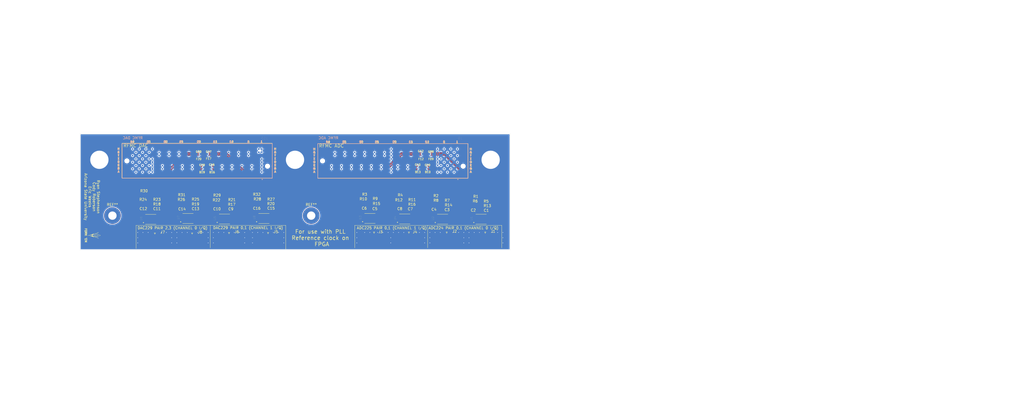
<source format=kicad_pcb>
(kicad_pcb (version 20211014) (generator pcbnew)
  (layers (0 "F.Cu" signal) (31 "B.Cu" signal) (34 "B.Paste" user) (35 "F.Paste" user) (36 "B.SilkS" user "B.Silkscreen") (37 "F.SilkS" user "F.Silkscreen") (38 "B.Mask" user) (39 "F.Mask" user) (44 "Edge.Cuts" user))
  (net 0 "")
  (net 1 "Net-(C1-Pad2)")
  (net 2 "Net-(C1-Pad1)")
  (net 3 "Net-(C2-Pad2)")
  (net 4 "Net-(C2-Pad1)")
  (net 5 "Net-(C3-Pad2)")
  (net 6 "Net-(C3-Pad1)")
  (net 7 "Net-(C4-Pad2)")
  (net 8 "Net-(C4-Pad1)")
  (net 9 "Net-(C5-Pad2)")
  (net 10 "Net-(C5-Pad1)")
  (net 11 "Net-(C6-Pad2)")
  (net 12 "Net-(C6-Pad1)")
  (net 13 "Net-(C7-Pad2)")
  (net 14 "Net-(C7-Pad1)")
  (net 15 "Net-(C8-Pad2)")
  (net 16 "Net-(C8-Pad1)")
  (net 17 "Net-(C9-Pad2)")
  (net 18 "Net-(C9-Pad1)")
  (net 19 "Net-(C10-Pad2)")
  (net 20 "Net-(C10-Pad1)")
  (net 21 "Net-(C11-Pad2)")
  (net 22 "Net-(C11-Pad1)")
  (net 23 "Net-(C12-Pad2)")
  (net 24 "Net-(C12-Pad1)")
  (net 25 "Net-(C13-Pad2)")
  (net 26 "Net-(C13-Pad1)")
  (net 27 "Net-(C14-Pad2)")
  (net 28 "Net-(C14-Pad1)")
  (net 29 "Net-(C15-Pad2)")
  (net 30 "Net-(C15-Pad1)")
  (net 31 "Net-(C16-Pad2)")
  (net 32 "Net-(C16-Pad1)")
  (net 33 "Net-(J1-Pad1)")
  (net 34 "GND")
  (net 35 "Net-(J2-Pad1)")
  (net 36 "Net-(J3-Pad1)")
  (net 37 "Net-(J4-Pad1)")
  (net 38 "Net-(J5-Pad1)")
  (net 39 "Net-(J6-Pad1)")
  (net 40 "Net-(J7-Pad1)")
  (net 41 "Net-(J8-Pad1)")
  (net 42 "ADC_A0_P")
  (net 43 "ADC_A0_N")
  (net 44 "ADC_A1_P")
  (net 45 "ADC_A1_N")
  (net 46 "ADC_B0_N")
  (net 47 "ADC_B0_P")
  (net 48 "ADC_B1_N")
  (net 49 "ADC_B1_P")
  (net 50 "DAC_B0_N")
  (net 51 "DAC_B0_P")
  (net 52 "DAC_A1_P")
  (net 53 "DAC_A1_N")
  (net 54 "DAC_A0_P")
  (net 55 "DAC_A0_N")
  (net 56 "DAC_B1_N")
  (net 57 "DAC_B1_P")
  (net 58 "/FMC BANK 0 (ADC)/ADCIO_02")
  (net 59 "/FMC BANK 0 (ADC)/ADCIO_07")
  (net 60 "/FMC BANK 0 (ADC)/ADCIO_12")
  (net 61 "/FMC BANK 0 (ADC)/ADCIO_17")
  (net 62 "/FMC BANK 0 (ADC)/ADCIO_18")
  (net 63 "/FMC BANK 0 (ADC)/ADCIO_19")
  (net 64 "/FMC BANK 0 (ADC)/UTIL_3V3")
  (net 65 "/FMC BANK 0 (ADC)/VCM23_227")
  (net 66 "ADC_D1_P")
  (net 67 "ADC_C1_P")
  (net 68 "ADC_D1_N")
  (net 69 "ADC_C1_N")
  (net 70 "ADC_D0_P")
  (net 71 "ADC_C0_P")
  (net 72 "ADC_D0_N")
  (net 73 "ADC_C0_N")
  (net 74 "/FMC BANK 0 (ADC)/ADCIO_15")
  (net 75 "/FMC BANK 0 (ADC)/ADCIO_16")
  (net 76 "/FMC BANK 0 (ADC)/RFMC_I2C_SCL")
  (net 77 "/FMC BANK 0 (ADC)/VCM01_227")
  (net 82 "/FMC BANK 0 (ADC)/ADC_CLKIN_1_P")
  (net 83 "/FMC BANK 0 (ADC)/ADC_CLKIN_3_P")
  (net 84 "/FMC BANK 0 (ADC)/ADCIO_13")
  (net 85 "/FMC BANK 0 (ADC)/ADCIO_14")
  (net 86 "/FMC BANK 0 (ADC)/VCM23_226")
  (net 91 "/FMC BANK 0 (ADC)/ADC_CLKIN_1_N")
  (net 92 "/FMC BANK 0 (ADC)/ADC_CLKIN_3_N")
  (net 93 "/FMC BANK 0 (ADC)/ADCIO_10")
  (net 94 "/FMC BANK 0 (ADC)/ADCIO_11")
  (net 95 "/FMC BANK 0 (ADC)/RFMC_I2C_SDA")
  (net 96 "/FMC BANK 0 (ADC)/VCM01_226")
  (net 97 "/FMC BANK 0 (ADC)/ADCIO_08")
  (net 98 "/FMC BANK 0 (ADC)/ADCIO_09")
  (net 99 "/FMC BANK 0 (ADC)/VCM23_225")
  (net 100 "/FMC BANK 0 (ADC)/ADCIO_05")
  (net 101 "/FMC BANK 0 (ADC)/ADCIO_06")
  (net 102 "/FMC BANK 0 (ADC)/VCC1V8_BUS")
  (net 103 "/FMC BANK 0 (ADC)/VCM01_225")
  (net 108 "/FMC BANK 0 (ADC)/ADC_CLKIN_0_P")
  (net 109 "/FMC BANK 0 (ADC)/ADC_CLKIN_2_P")
  (net 110 "/FMC BANK 0 (ADC)/ADCIO_03")
  (net 111 "/FMC BANK 0 (ADC)/VCM23_224")
  (net 116 "/FMC BANK 0 (ADC)/ADC_CLKIN_0_N")
  (net 117 "/FMC BANK 0 (ADC)/ADC_CLKIN_2_N")
  (net 118 "/FMC BANK 0 (ADC)/ADCIO_00")
  (net 119 "/FMC BANK 0 (ADC)/ADCIO_01")
  (net 120 "/FMC BANK 0 (ADC)/VCM01_224")
  (net 139 "/FMC BANK 1 (DAC)/VCC12_SW")
  (net 140 "/FMC BANK 1 (DAC)/DAC_AVTT_BUS")
  (net 141 "/FMC BANK 1 (DAC)/UTIL_3V3")
  (net 142 "/FMC BANK 1 (DAC)/DACIO_17")
  (net 143 "/FMC BANK 1 (DAC)/DACIO_18")
  (net 144 "/FMC BANK 1 (DAC)/DACIO_19")
  (net 145 "/FMC BANK 1 (DAC)/DAC_CLKIN_1_P")
  (net 146 "/FMC BANK 1 (DAC)/DAC_CLKIN_3_P")
  (net 147 "/FMC BANK 1 (DAC)/RFMC_DAC_01_P")
  (net 148 "/FMC BANK 1 (DAC)/RFMC_DAC_03_P")
  (net 151 "/FMC BANK 1 (DAC)/DACIO_15")
  (net 152 "/FMC BANK 1 (DAC)/DACIO_16")
  (net 153 "/FMC BANK 1 (DAC)/DAC_CLKIN_1_N")
  (net 154 "/FMC BANK 1 (DAC)/DAC_CLKIN_3_N")
  (net 155 "/FMC BANK 1 (DAC)/RFMC_DAC_01_N")
  (net 156 "/FMC BANK 1 (DAC)/RFMC_DAC_03_N")
  (net 159 "/FMC BANK 1 (DAC)/DACIO_12")
  (net 160 "/FMC BANK 1 (DAC)/DACIO_13")
  (net 161 "/FMC BANK 1 (DAC)/DACIO_14")
  (net 162 "/FMC BANK 1 (DAC)/DACIO_10")
  (net 163 "/FMC BANK 1 (DAC)/DACIO_11")
  (net 164 "/FMC BANK 1 (DAC)/DACIO_07")
  (net 165 "/FMC BANK 1 (DAC)/DACIO_08")
  (net 166 "/FMC BANK 1 (DAC)/DACIO_09")
  (net 167 "/FMC BANK 1 (DAC)/DAC_CLKIN_0_P")
  (net 168 "/FMC BANK 1 (DAC)/DAC_CLKIN_2_P")
  (net 169 "/FMC BANK 1 (DAC)/RFMC_DAC_00_P")
  (net 170 "/FMC BANK 1 (DAC)/RFMC_DAC_02_P")
  (net 173 "/FMC BANK 1 (DAC)/VCC1V8_BUS")
  (net 174 "/FMC BANK 1 (DAC)/DACIO_05")
  (net 175 "/FMC BANK 1 (DAC)/DACIO_06")
  (net 176 "/FMC BANK 1 (DAC)/DAC_CLKIN_0_N")
  (net 177 "/FMC BANK 1 (DAC)/DAC_CLKIN_2_N")
  (net 178 "/FMC BANK 1 (DAC)/RFMC_DAC_00_N")
  (net 179 "/FMC BANK 1 (DAC)/RFMC_DAC_02_N")
  (net 182 "/FMC BANK 1 (DAC)/DACIO_02")
  (net 183 "/FMC BANK 1 (DAC)/DACIO_03")
  (net 184 "/FMC BANK 1 (DAC)/DACIO_04")
  (net 185 "/FMC BANK 1 (DAC)/DACIO_00")
  (net 186 "/FMC BANK 1 (DAC)/DACIO_01")
  (net 187 "/FMC BANK 0 (ADC)/ADCIO_04")
  (footprint "Capacitor_SMD:C_0402_1005Metric" (layer "F.Cu") (at 231.907684 99.446752 90)
    (fp_text reference "C1")
    (fp_text value ".01u")
  )
  (footprint "Capacitor_SMD:C_0402_1005Metric" (layer "F.Cu") (at 230.891684 99.446752 90)
    (fp_text reference "C2")
    (fp_text value ".01u")
  )
  (footprint "Capacitor_SMD:C_0402_1005Metric" (layer "F.Cu") (at 216.825684 99.170752 90)
    (fp_text reference "C3")
    (fp_text value ".01u")
  )
  (footprint "Capacitor_SMD:C_0402_1005Metric" (layer "F.Cu") (at 215.809684 99.170752 90)
    (fp_text reference "C4")
    (fp_text value ".01u")
  )
  (footprint "Capacitor_SMD:C_0402_1005Metric" (layer "F.Cu") (at 189.346284 98.631352 90)
    (fp_text reference "C5")
    (fp_text value ".01u")
  )
  (footprint "Capacitor_SMD:C_0402_1005Metric" (layer "F.Cu") (at 188.330284 98.631352 90)
    (fp_text reference "C6")
    (fp_text value ".01u")
  )
  (footprint "Capacitor_SMD:C_0402_1005Metric" (layer "F.Cu") (at 202.830284 98.891352 90)
    (fp_text reference "C7")
    (fp_text value ".01u")
  )
  (footprint "Capacitor_SMD:C_0402_1005Metric" (layer "F.Cu") (at 201.814284 98.891352 90)
    (fp_text reference "C8")
    (fp_text value ".01u")
  )
  (footprint "Capacitor_SMD:C_0402_1005Metric" (layer "F.Cu") (at 133.563984 98.875552 90)
    (fp_text reference "C9")
    (fp_text value ".01u")
  )
  (footprint "Capacitor_SMD:C_0402_1005Metric" (layer "F.Cu") (at 132.547984 98.875552 90)
    (fp_text reference "C10")
    (fp_text value ".01u")
  )
  (footprint "Capacitor_SMD:C_0402_1005Metric" (layer "F.Cu") (at 105.015184 98.773952 90)
    (fp_text reference "C11")
    (fp_text value ".01u")
  )
  (footprint "Capacitor_SMD:C_0402_1005Metric" (layer "F.Cu") (at 103.999184 98.773952 90)
    (fp_text reference "C12")
    (fp_text value ".01u")
  )
  (footprint "Capacitor_SMD:C_0402_1005Metric" (layer "F.Cu") (at 119.670184 98.829952 90)
    (fp_text reference "C13")
    (fp_text value ".01u")
  )
  (footprint "Capacitor_SMD:C_0402_1005Metric" (layer "F.Cu") (at 118.654184 98.829952 90)
    (fp_text reference "C14")
    (fp_text value ".01u")
  )
  (footprint "Capacitor_SMD:C_0402_1005Metric" (layer "F.Cu") (at 148.651584 98.621552 90)
    (fp_text reference "C15")
    (fp_text value ".01u")
  )
  (footprint "Capacitor_SMD:C_0402_1005Metric" (layer "F.Cu") (at 147.635584 98.621552 90)
    (fp_text reference "C16")
    (fp_text value ".01u")
  )
  (footprint "local:SMA_Amphenol_132289_EdgeMount" (layer "F.Cu") (at 232.923684 111.430052 -90)
    (fp_text reference "J1")
    (fp_text value "Conn_Coaxial")
  )
  (footprint "local:SMA_Amphenol_132289_EdgeMount" (layer "F.Cu") (at 218.159184 111.430052 -90)
    (fp_text reference "J2")
    (fp_text value "Conn_Coaxial")
  )
  (footprint "local:SMA_Amphenol_132289_EdgeMount" (layer "F.Cu") (at 190.298784 111.430052 -90)
    (fp_text reference "J3")
    (fp_text value "Conn_Coaxial")
  )
  (footprint "local:SMA_Amphenol_132289_EdgeMount" (layer "F.Cu") (at 203.655784 111.430052 -90)
    (fp_text reference "J4")
    (fp_text value "Conn_Coaxial")
  )
  (footprint "local:SMA_Amphenol_132289_EdgeMount" (layer "F.Cu") (at 134.706984 111.603552 -90)
    (fp_text reference "J6")
    (fp_text value "Conn_Coaxial")
  )
  (footprint "local:SMA_Amphenol_132289_EdgeMount" (layer "F.Cu") (at 106.272484 111.755952 -90)
    (fp_text reference "J7")
    (fp_text value "Conn_Coaxial")
  )
  (footprint "local:SMA_Amphenol_132289_EdgeMount" (layer "F.Cu") (at 120.559184 111.755952 -90)
    (fp_text reference "J8")
    (fp_text value "Conn_Coaxial")
  )
  (footprint "local:SMA_Amphenol_132289_EdgeMount" (layer "F.Cu") (at 149.667584 111.603552 -90)
    (fp_text reference "J5")
    (fp_text value "Conn_Coaxial")
  )
  (footprint "Resistor_SMD:R_0402_1005Metric" (layer "F.Cu") (at 231.397684 94.084752 180)
    (fp_text reference "R1")
    (fp_text value "590")
  )
  (footprint "Resistor_SMD:R_0402_1005Metric" (layer "F.Cu") (at 216.319684 93.808752 180)
    (fp_text reference "R2")
    (fp_text value "590")
  )
  (footprint "Resistor_SMD:R_0402_1005Metric" (layer "F.Cu") (at 188.836284 93.269352 180)
    (fp_text reference "R3")
    (fp_text value "590")
  )
  (footprint "Resistor_SMD:R_0402_1005Metric" (layer "F.Cu") (at 202.324284 93.529352 180)
    (fp_text reference "R4")
    (fp_text value "590")
  )
  (footprint "Resistor_SMD:R_0402_1005Metric" (layer "F.Cu") (at 231.907684 95.860752 90)
    (fp_text reference "R5")
    (fp_text value "17.4")
  )
  (footprint "Resistor_SMD:R_0402_1005Metric" (layer "F.Cu") (at 230.891684 95.860752 90)
    (fp_text reference "R6")
    (fp_text value "17.4")
  )
  (footprint "Resistor_SMD:R_0402_1005Metric" (layer "F.Cu") (at 216.825684 95.584752 90)
    (fp_text reference "R7")
    (fp_text value "17.4")
  )
  (footprint "Resistor_SMD:R_0402_1005Metric" (layer "F.Cu") (at 215.809684 95.584752 90)
    (fp_text reference "R8")
    (fp_text value "17.4")
  )
  (footprint "Resistor_SMD:R_0402_1005Metric" (layer "F.Cu") (at 189.346284 95.045352 90)
    (fp_text reference "R9")
    (fp_text value "17.4")
  )
  (footprint "Resistor_SMD:R_0402_1005Metric" (layer "F.Cu") (at 188.330284 95.045352 90)
    (fp_text reference "R10")
    (fp_text value "17.4")
  )
  (footprint "Resistor_SMD:R_0402_1005Metric" (layer "F.Cu") (at 202.830284 95.305352 90)
    (fp_text reference "R11")
    (fp_text value "17.4")
  )
  (footprint "Resistor_SMD:R_0402_1005Metric" (layer "F.Cu") (at 201.814284 95.305352 90)
    (fp_text reference "R12")
    (fp_text value "17.4")
  )
  (footprint "Resistor_SMD:R_0402_1005Metric" (layer "F.Cu") (at 231.401684 97.640752 180)
    (fp_text reference "R13")
    (fp_text value "590")
  )
  (footprint "Resistor_SMD:R_0402_1005Metric" (layer "F.Cu") (at 216.315684 97.364752 180)
    (fp_text reference "R14")
    (fp_text value "590")
  )
  (footprint "Resistor_SMD:R_0402_1005Metric" (layer "F.Cu") (at 188.836284 96.825352 180)
    (fp_text reference "R15")
    (fp_text value "590")
  )
  (footprint "Resistor_SMD:R_0402_1005Metric" (layer "F.Cu") (at 202.320284 97.085352 180)
    (fp_text reference "R16")
    (fp_text value "590")
  )
  (footprint "Resistor_SMD:R_0402_1005Metric" (layer "F.Cu") (at 133.053984 97.125552)
    (fp_text reference "R17")
    (fp_text value "590")
  )
  (footprint "Resistor_SMD:R_0402_1005Metric" (layer "F.Cu") (at 104.509184 97.023952)
    (fp_text reference "R18")
    (fp_text value "590")
  )
  (footprint "Resistor_SMD:R_0402_1005Metric" (layer "F.Cu") (at 119.160184 97.023952)
    (fp_text reference "R19")
    (fp_text value "590")
  )
  (footprint "Resistor_SMD:R_0402_1005Metric" (layer "F.Cu") (at 148.141584 96.871552)
    (fp_text reference "R20")
    (fp_text value "590")
  )
  (footprint "Resistor_SMD:R_0402_1005Metric" (layer "F.Cu") (at 133.563984 95.396352 90)
    (fp_text reference "R21")
    (fp_text value "17.4")
  )
  (footprint "Resistor_SMD:R_0402_1005Metric" (layer "F.Cu") (at 132.547984 95.396352 90)
    (fp_text reference "R22")
    (fp_text value "17.4")
  )
  (footprint "Resistor_SMD:R_0402_1005Metric" (layer "F.Cu") (at 105.015184 95.247952 90)
    (fp_text reference "R23")
    (fp_text value "17.4")
  )
  (footprint "Resistor_SMD:R_0402_1005Metric" (layer "F.Cu") (at 103.999184 95.247952 90)
    (fp_text reference "R24")
    (fp_text value "17.4")
  )
  (footprint "Resistor_SMD:R_0402_1005Metric" (layer "F.Cu") (at 119.670184 95.243952 90)
    (fp_text reference "R25")
    (fp_text value "17.4")
  )
  (footprint "Resistor_SMD:R_0402_1005Metric" (layer "F.Cu") (at 118.654184 95.243952 90)
    (fp_text reference "R26")
    (fp_text value "17.4")
  )
  (footprint "Resistor_SMD:R_0402_1005Metric" (layer "F.Cu") (at 148.651584 95.091552 90)
    (fp_text reference "R27")
    (fp_text value "17.4")
  )
  (footprint "Resistor_SMD:R_0402_1005Metric" (layer "F.Cu") (at 147.635584 95.091552 90)
    (fp_text reference "R28")
    (fp_text value "17.4")
  )
  (footprint "Resistor_SMD:R_0402_1005Metric" (layer "F.Cu") (at 133.053984 93.569552)
    (fp_text reference "R29")
    (fp_text value "590")
  )
  (footprint "Resistor_SMD:R_0402_1005Metric" (layer "F.Cu") (at 104.505184 93.467952)
    (fp_text reference "R30")
    (fp_text value "590")
  )
  (footprint "Resistor_SMD:R_0402_1005Metric" (layer "F.Cu") (at 119.164184 93.467952)
    (fp_text reference "R31")
    (fp_text value "590")
  )
  (footprint "Resistor_SMD:R_0402_1005Metric" (layer "F.Cu") (at 148.141584 93.315552)
    (fp_text reference "R32")
    (fp_text value "590")
  )
  (footprint "local:XFMR_TCM2-33WX+" (layer "F.Cu") (at 231.333684 102.804052 90)
    (fp_text reference "U1")
    (fp_text value "TCM2-33WX+")
  )
  (footprint "local:XFMR_TCM2-33WX+" (layer "F.Cu") (at 216.569184 102.804052 90)
    (fp_text reference "U2")
    (fp_text value "TCM2-33WX+")
  )
  (footprint "local:XFMR_TCM2-33WX+" (layer "F.Cu") (at 188.708777 102.476853 90)
    (fp_text reference "U3")
    (fp_text value "TCM2-33WX+")
  )
  (footprint "local:XFMR_TCM2-33WX+" (layer "F.Cu") (at 202.065784 102.736852 90)
    (fp_text reference "U4")
    (fp_text value "TCM2-33WX+")
  )
  (footprint "local:XFMR_TCM2-33WX+" (layer "F.Cu") (at 132.964584 102.764352 90)
    (fp_text reference "U5")
    (fp_text value "TCM2-33WX+")
  )
  (footprint "local:XFMR_TCM2-33WX+" (layer "F.Cu") (at 104.682484 102.840552 90)
    (fp_text reference "U6")
    (fp_text value "TCM2-33WX+")
  )
  (footprint "local:XFMR_TCM2-33WX+" (layer "F.Cu") (at 118.969184 102.548452 90)
    (fp_text reference "U7")
    (fp_text value "TCM2-33WX+")
  )
  (footprint "local:XFMR_TCM2-33WX+" (layer "F.Cu") (at 148.077584 102.510352 90)
    (fp_text reference "U8")
    (fp_text value "TCM2-33WX+")
  )
  (footprint "MountingHole:MountingHole_2.2mm_M2_DIN965_Pad" (layer "F.Cu") (at 160 80)
    (fp_text reference "e1")
    (fp_text value "MountingHole_2.2mm_M2_DIN965_Pad")
  )
  (footprint "LOGO" (layer "F.Cu") (at 82.999984 109.004052 -90)
    (fp_text reference "G***")
    (fp_text value "LOGO" hide)
  )
  (footprint "MountingHole:MountingHole_3.2mm_M3_Pad" (layer "F.Cu") (at 90.004184 101.430052)
    (fp_text reference "REF**")
    (fp_text value "MountingHole_3.2mm_M3_Pad")
  )
  (footprint "MountingHole:MountingHole_3.2mm_M3_Pad" (layer "F.Cu") (at 166.204184 101.430052)
    (fp_text reference "REF**")
    (fp_text value "MountingHole_3.2mm_M3_Pad")
  )
  (footprint "MountingHole:MountingHole_2.2mm_M2_DIN965_Pad" (layer "F.Cu") (at 235 80)
    (fp_text reference "e")
    (fp_text value "MountingHole_2.2mm_M2_DIN965_Pad")
  )
  (footprint "MountingHole:MountingHole_2.2mm_M2_DIN965_Pad" (layer "F.Cu") (at 85 80)
    (fp_text reference "e2")
    (fp_text value "MountingHole_2.2mm_M2_DIN965_Pad")
  )
  (footprint "LPAM:SAMTEC_LPAM-40-01.0-X-08-X-K-TR" (layer "B.Cu") (at 122.505026 80.430052 180)
    (fp_text reference "J10")
    (fp_text value "LPAM-40-01.0-X-08-X-K-TR")
  )
  (footprint "LPAM:SAMTEC_LPAM-40-01.0-X-08-X-K-TR" (layer "B.Cu") (at 197.504678 80.430052 180)
    (fp_text reference "J9")
    (fp_text value "LPAM-40-01.0-X-08-X-K-TR")
  )
  (gr_rect (start 168.749984 73.804052) (end 226.299984 87.104052) (layer "F.SilkS") (width 0.12) (fill none))
  (gr_line (start 182.88 106.68) (end 182.88 113.792) (layer "F.SilkS") (width 0.12))
  (gr_line (start 210.82 106.68) (end 210.82 113.792) (layer "F.SilkS") (width 0.12))
  (gr_line (start 156.464 114.3) (end 156.464 105.156) (layer "F.SilkS") (width 0.12))
  (gr_line (start 239.268 113.792) (end 239.268 106.68) (layer "F.SilkS") (width 0.12))
  (gr_line (start 210.82 105.156) (end 182.88 105.156) (layer "F.SilkS") (width 0.12))
  (gr_line (start 127.508 105.156) (end 99.06 105.156) (layer "F.SilkS") (width 0.12))
  (gr_line (start 239.268 105.156) (end 239.268 106.68) (layer "F.SilkS") (width 0.12))
  (gr_line (start 210.82 105.156) (end 210.82 106.68) (layer "F.SilkS") (width 0.12))
  (gr_line (start 99.06 105.156) (end 99.06 114.046) (layer "F.SilkS") (width 0.12))
  (gr_line (start 239.268 105.156) (end 210.82 105.156) (layer "F.SilkS") (width 0.12))
  (gr_line (start 127.508 105.156) (end 127.508 113.792) (layer "F.SilkS") (width 0.12))
  (gr_rect (start 93.649984 73.654052) (end 151.299984 87.004052) (layer "F.SilkS") (width 0.12) (fill none))
  (gr_line (start 156.464 105.156) (end 127.508 105.156) (layer "F.SilkS") (width 0.12))
  (gr_line (start 182.88 105.156) (end 182.88 106.68) (layer "F.SilkS") (width 0.12))
  (gr_line (start 242.484184 114.593052) (end 242.484184 69.984052) (layer "Edge.Cuts") (width 0.05))
  (gr_line (start 242.484184 114.593052) (end 77.584184 114.593052) (layer "Edge.Cuts") (width 0.05))
  (gr_line (start 77.584184 69.984052) (end 77.584184 114.593052) (layer "Edge.Cuts") (width 0.05))
  (gr_line (start 242.484184 69.984052) (end 77.584184 69.984052) (layer "Edge.Cuts") (width 0.05))
  (gr_text "D" (at 227.280828 80.831203) (layer "B.SilkS") (effects (font (size 0.75 0.75) (thickness 0.1875)) (justify mirror)))
  (gr_text "D" (at 152.299984 80.854052) (layer "B.SilkS") (effects (font (size 0.75 0.75) (thickness 0.1875)) (justify mirror)))
  (gr_text "40" (at 172.549984 73.104052) (layer "B.SilkS") (effects (font (size 0.75 0.75) (thickness 0.1875)) (justify mirror)))
  (gr_text "30" (at 185.299984 73.104052) (layer "B.SilkS") (effects (font (size 0.75 0.75) (thickness 0.1875)) (justify mirror)))
  (gr_text "20" (at 123.045811 73.102148) (layer "B.SilkS") (effects (font (size 0.75 0.75) (thickness 0.1875)) (justify mirror)))
  (gr_text "H" (at 152.299984 75.854052) (layer "B.SilkS") (effects (font (size 0.75 0.75) (thickness 0.1875)) (justify mirror)))
  (gr_text "E" (at 167.290465 79.590679) (layer "B.SilkS") (effects (font (size 0.75 0.75) (thickness 0.1875)) (justify mirror)))
  (gr_text "D" (at 92.299984 80.854052) (layer "B.SilkS") (effects (font (size 0.75 0.75) (thickness 0.1875)) (justify mirror)))
  (gr_text "C" (at 167.290465 82.090679) (layer "B.SilkS") (effects (font (size 0.75 0.75) (thickness 0.1875)) (justify mirror)))
  (gr_text "D" (at 167.290465 80.840679) (layer "B.SilkS") (effects (font (size 0.75 0.75) (thickness 0.1875)) (justify mirror)))
  (gr_text "C" (at 227.280828 82.081203) (layer "B.SilkS") (effects (font (size 0.75 0.75) (thickness 0.1875)) (justify mirror)))
  (gr_text "25" (at 116.299984 73.104052) (layer "B.SilkS") (effects (font (size 0.75 0.75) (thickness 0.1875)) (justify mirror)))
  (gr_text "10" (at 135.549984 73.104052) (layer "B.SilkS") (effects (font (size 0.75 0.75) (thickness 0.1875)) (justify mirror)))
  (gr_text "F" (at 227.280828 78.331203) (layer "B.SilkS") (effects (font (size 0.75 0.75) (thickness 0.1875)) (justify mirror)))
  (gr_text "40" (at 97.549984 73.104052) (layer "B.SilkS") (effects (font (size 0.75 0.75) (thickness 0.1875)) (justify mirror)))
  (gr_text "H" (at 92.299984 75.854052) (layer "B.SilkS") (effects (font (size 0.75 0.75) (thickness 0.1875)) (justify mirror)))
  (gr_text "10" (at 210.549984 73.104052) (layer "B.SilkS") (effects (font (size 0.75 0.75) (thickness 0.1875)) (justify mirror)))
  (gr_text "G" (at 92.299984 77.104052) (layer "B.SilkS") (effects (font (size 0.75 0.75) (thickness 0.1875)) (justify mirror)))
  (gr_text "30" (at 110.299984 73.104052) (layer "B.SilkS") (effects (font (size 0.75 0.75) (thickness 0.1875)) (justify mirror)))
  (gr_text "A" (at 152.299984 84.604052) (layer "B.SilkS") (effects (font (size 0.75 0.75) (thickness 0.1875)) (justify mirror)))
  (gr_text "A" (at 227.280828 84.581203) (layer "B.SilkS") (effects (font (size 0.75 0.75) (thickness 0.1875)) (justify mirror)))
  (gr_text "E" (at 227.280828 79.581203) (layer "B.SilkS") (effects (font (size 0.75 0.75) (thickness 0.1875)) (justify mirror)))
  (gr_text "B" (at 227.280828 83.331203) (layer "B.SilkS") (effects (font (size 0.75 0.75) (thickness 0.1875)) (justify mirror)))
  (gr_text "5" (at 217.049984 73.104052) (layer "B.SilkS") (effects (font (size 0.75 0.75) (thickness 0.1875)) (justify mirror)))
  (gr_text "35" (at 178.799984 73.104052) (layer "B.SilkS") (effects (font (size 0.75 0.75) (thickness 0.1875)) (justify mirror)))
  (gr_text "B" (at 167.290465 83.340679) (layer "B.SilkS") (effects (font (size 0.75 0.75) (thickness 0.1875)) (justify mirror)))
  (gr_text "E" (at 92.299984 79.604052) (layer "B.SilkS") (effects (font (size 0.75 0.75) (thickness 0.1875)) (justify mirror)))
  (gr_text "RFMC ADC" (at 172.799984 71.604052) (layer "B.SilkS") (effects (font (size 1 1)) (justify mirror)))
  (gr_text "G" (at 227.280828 77.081203) (layer "B.SilkS") (effects (font (size 0.75 0.75) (thickness 0.1875)) (justify mirror)))
  (gr_text "1" (at 147.045811 73.102148) (layer "B.SilkS") (effects (font (size 0.75 0.75) (thickness 0.1875)) (justify mirror)))
  (gr_text "C" (at 92.299984 82.104052) (layer "B.SilkS") (effects (font (size 0.75 0.75) (thickness 0.1875)) (justify mirror)))
  (gr_text "H" (at 227.280828 75.831203) (layer "B.SilkS") (effects (font (size 0.75 0.75) (thickness 0.1875)) (justify mirror)))
  (gr_text "A" (at 92.299984 84.604052) (layer "B.SilkS") (effects (font (size 0.75 0.75) (thickness 0.1875)) (justify mirror)))
  (gr_text "A" (at 167.290465 84.590679) (layer "B.SilkS") (effects (font (size 0.75 0.75) (thickness 0.1875)) (justify mirror)))
  (gr_text "5" (at 142.049984 73.104052) (layer "B.SilkS") (effects (font (size 0.75 0.75) (thickness 0.1875)) (justify mirror)))
  (gr_text "20" (at 198.049984 73.104052) (layer "B.SilkS") (effects (font (size 0.75 0.75) (thickness 0.1875)) (justify mirror)))
  (gr_text "35" (at 103.799984 73.104052) (layer "B.SilkS") (effects (font (size 0.75 0.75) (thickness 0.1875)) (justify mirror)))
  (gr_text "15" (at 129.299984 73.104052) (layer "B.SilkS") (effects (font (size 0.75 0.75) (thickness 0.1875)) (justify mirror)))
  (gr_text "B" (at 152.299984 83.354052) (layer "B.SilkS") (effects (font (size 0.75 0.75) (thickness 0.1875)) (justify mirror)))
  (gr_text "G" (at 152.299984 77.104052) (layer "B.SilkS") (effects (font (size 0.75 0.75) (thickness 0.1875)) (justify mirror)))
  (gr_text "1" (at 222.049984 73.104052) (layer "B.SilkS") (effects (font (size 0.75 0.75) (thickness 0.1875)) (justify mirror)))
  (gr_text "F" (at 92.299984 78.354052) (layer "B.SilkS") (effects (font (size 0.75 0.75) (thickness 0.1875)) (justify mirror)))
  (gr_text "C" (at 152.299984 82.104052) (layer "B.SilkS") (effects (font (size 0.75 0.75) (thickness 0.1875)) (justify mirror)))
  (gr_text "F" (at 152.299984 78.354052) (layer "B.SilkS") (effects (font (size 0.75 0.75) (thickness 0.1875)) (justify mirror)))
  (gr_text "B" (at 92.299984 83.354052) (layer "B.SilkS") (effects (font (size 0.75 0.75) (thickness 0.1875)) (justify mirror)))
  (gr_text "25" (at 191.299984 73.104052) (layer "B.SilkS") (effects (font (size 0.75 0.75) (thickness 0.1875)) (justify mirror)))
  (gr_text "RFMC DAC" (at 97.799984 71.604052) (layer "B.SilkS") (effects (font (size 1 1)) (justify mirror)))
  (gr_text "E" (at 152.299984 79.604052) (layer "B.SilkS") (effects (font (size 0.75 0.75) (thickness 0.1875)) (justify mirror)))
  (gr_text "15" (at 204.299984 73.104052) (layer "B.SilkS") (effects (font (size 0.75 0.75) (thickness 0.1875)) (justify mirror)))
  (gr_text "G" (at 167.290465 77.090679) (layer "B.SilkS") (effects (font (size 0.75 0.75) (thickness 0.1875)) (justify mirror)))
  (gr_text "H" (at 167.290465 75.840679) (layer "B.SilkS") (effects (font (size 0.75 0.75) (thickness 0.1875)) (justify mirror)))
  (gr_text "F" (at 167.290465 78.340679) (layer "B.SilkS") (effects (font (size 0.75 0.75) (thickness 0.1875)) (justify mirror)))
  (gr_text "C" (at 167.449984 82.154052) (layer "F.SilkS") (effects (font (size 0.75 0.75) (thickness 0.1875))))
  (gr_text "G" (at 167.449984 77.154052) (layer "F.SilkS") (effects (font (size 0.75 0.75) (thickness 0.1875))))
  (gr_text "FORK 'EM" (at 79.799984 109.004052 270) (layer "F.SilkS") (effects (font (size 0.75 0.75) (thickness 0.1875))))
  (gr_text "DAC229 PAIR 0,1 (CHANNEL 1 I/Q)" (at 141.986 106.104052) (layer "F.SilkS") (effects (font (size 1 1))))
  (gr_text "5" (at 217.199984 73.154052) (layer "F.SilkS") (effects (font (size 0.75 0.75) (thickness 0.1875))))
  (gr_text "15" (at 129.445811 73.052148) (layer "F.SilkS") (effects (font (size 0.75 0.75) (thickness 0.1875))))
  (gr_text "G20" (at 123.049984 76.904052) (layer "F.SilkS") (effects (font (size 0.75 0.75))))
  (gr_text "A" (at 92.38121 84.522268) (layer "F.SilkS") (effects (font (size 0.75 0.75) (thickness 0.1875))))
  (gr_text "1" (at 147.199984 73.054052) (layer "F.SilkS") (effects (font (size 0.75 0.75) (thickness 0.1875))))
  (gr_text "B10" (at 210.899984 84.704052) (layer "F.SilkS") (effects (font (size 0.75 0.75))))
  (gr_text "F09" (at 212.099984 79.704052) (layer "F.SilkS") (effects (font (size 0.75 0.75))))
  (gr_text "C" (at 227.449984 82.154052) (layer "F.SilkS") (effects (font (size 0.75 0.75) (thickness 0.1875))))
  (gr_text "C13" (at 206.999984 81.904052) (layer "F.SilkS") (effects (font (size 0.75 0.75))))
  (gr_text "For use with PLL \nReference clock on \nFPGA" (at 170.2816 109.982) (layer "F.SilkS") (effects (font (size 1.5 1.5) (thickness 0.2032))))
  (gr_text "25" (at 191.449984 73.154052) (layer "F.SilkS") (effects (font (size 0.75 0.75) (thickness 0.1875))))
  (gr_text "D" (at 227.449984 80.904052) (layer "F.SilkS") (effects (font (size 0.75 0.75) (thickness 0.1875))))
  (gr_text "40" (at 97.695811 73.052148) (layer "F.SilkS") (effects (font (size 0.75 0.75) (thickness 0.1875))))
  (gr_text "B13" (at 207.099984 84.704052) (layer "F.SilkS") (effects (font (size 0.75 0.75))))
  (gr_text "D" (at 167.449984 80.904052) (layer "F.SilkS") (effects (font (size 0.75 0.75) (thickness 0.1875))))
  (gr_text "E" (at 227.449984 79.654052) (layer "F.SilkS") (effects (font (size 0.75 0.75) (thickness 0.1875))))
  (gr_text "40" (at 172.699984 73.154052) (layer "F.SilkS") (effects (font (size 0.75 0.75) (thickness 0.1875))))
  (gr_text "F" (at 152.449984 78.304052) (layer "F.SilkS") (effects (font (size 0.75 0.75) (thickness 0.1875))))
  (gr_text "5" (at 142.195811 73.052148) (layer "F.SilkS") (effects (font (size 0.75 0.75) (thickness 0.1875))))
  (gr_text "B" (at 167.449984 83.404052) (layer "F.SilkS") (effects (font (size 0.75 0.75) (thickness 0.1875))))
  (gr_text "E" (at 152.449984 79.554052) (layer "F.SilkS") (effects (font (size 0.75 0.75) (thickness 0.1875))))
  (gr_text "D" (at 92.38121 80.772268) (layer "F.SilkS") (effects (font (size 0.75 0.75) (thickness 0.1875))))
  (gr_text "B" (at 227.449984 83.404052) (layer "F.SilkS") (effects (font (size 0.75 0.75) (thickness 0.1875))))
  (gr_text "Ryan Stephenson\nCody Roberson\nEric Weeks\nArizona State University" (at 82.199984 94.204052 270) (layer "F.SilkS") (effects (font (size 1 1))))
  (gr_text "G17" (at 126.899984 76.904052) (layer "F.SilkS") (effects (font (size 0.75 0.75))))
  (gr_text "F" (at 227.449984 78.404052) (layer "F.SilkS") (effects (font (size 0.75 0.75) (thickness 0.1875))))
  (gr_text "20" (at 123.199984 73.054052) (layer "F.SilkS") (effects (font (size 0.75 0.75) (thickness 0.1875))))
  (gr_text "H" (at 227.449984 75.904052) (layer "F.SilkS") (effects (font (size 0.75 0.75) (thickness 0.1875))))
  (gr_text "C10" (at 210.799984 82.004052) (layer "F.SilkS") (effects (font (size 0.75 0.75))))
  (gr_text "ADC225 PAIR 0,1 (CHANNEL 1 I/Q)" (at 197.104 106.172) (layer "F.SilkS") (effects (font (size 1 1))))
  (gr_text "F17" (at 126.899984 79.604052) (layer "F.SilkS") (effects (font (size 0.75 0.75))))
  (gr_text "15" (at 204.449984 73.154052) (layer "F.SilkS") (effects (font (size 0.75 0.75) (thickness 0.1875))))
  (gr_text "H" (at 92.38121 75.772268) (layer "F.SilkS") (effects (font (size 0.75 0.75) (thickness 0.1875))))
  (gr_text "20" (at 198.199984 73.154052) (layer "F.SilkS") (effects (font (size 0.75 0.75) (thickness 0.1875))))
  (gr_text "C19" (at 124.349984 82.004052) (layer "F.SilkS") (effects (font (size 0.75 0.75))))
  (gr_text "DAC229 PAIR 2,3 (CHANNEL 0 I/Q)" (at 113.03 106.172) (layer "F.SilkS") (effects (font (size 1 1))))
  (gr_text "35" (at 178.949984 73.154052) (layer "F.SilkS") (effects (font (size 0.75 0.75) (thickness 0.1875))))
  (gr_text "35" (at 103.945811 73.052148) (layer "F.SilkS") (effects (font (size 0.75 0.75) (thickness 0.1875))))
  (gr_text "C" (at 92.38121 82.022268) (layer "F.SilkS") (effects (font (size 0.75 0.75) (thickness 0.1875))))
  (gr_text "A" (at 167.449984 84.654052) (layer "F.SilkS") (effects (font (size 0.75 0.75) (thickness 0.1875))))
  (gr_text "G09" (at 212.099984 76.904052) (layer "F.SilkS") (effects (font (size 0.75 0.75))))
  (gr_text "G" (at 227.449984 77.154052) (layer "F.SilkS") (effects (font (size 0.75 0.75) (thickness 0.1875))))
  (gr_text "G" (at 152.449984 77.054052) (layer "F.SilkS") (effects (font (size 0.75 0.75) (thickness 0.1875))))
  (gr_text "A" (at 152.449984 84.554052) (layer "F.SilkS") (effects (font (size 0.75 0.75) (thickness 0.1875))))
  (gr_text "C16" (at 128.099984 81.904052) (layer "F.SilkS") (effects (font (size 0.75 0.75))))
  (gr_text "1" (at 222.199984 73.154052) (layer "F.SilkS") (effects (font (size 0.75 0.75) (thickness 0.1875))))
  (gr_text "G12" (at 208.199984 76.704052) (layer "F.SilkS") (effects (font (size 0.75 0.75))))
  (gr_text "C" (at 152.449984 82.054052) (layer "F.SilkS") (effects (font (size 0.75 0.75) (thickness 0.1875))))
  (gr_text "B19" (at 124.349984 84.804052) (layer "F.SilkS") (effects (font (size 0.75 0.75))))
  (gr_text "H" (at 167.449984 75.904052) (layer "F.SilkS") (effects (font (size 0.75 0.75) (thickness 0.1875))))
  (gr_text "A" (at 227.449984 84.654052) (layer "F.SilkS") (effects (font (size 0.75 0.75) (thickness 0.1875))))
  (gr_text "F12" (at 208.299984 79.704052) (layer "F.SilkS") (effects (font (size 0.75 0.75))))
  (gr_text "RFMC ADC" (at 173.949984 74.654052) (layer "F.SilkS") (effects (font (size 1.25 1.25))))
  (gr_text "RFMC DAC" (at 98.949984 74.554052) (layer "F.SilkS") (effects (font (size 1.25 1.25))))
  (gr_text "F20" (at 123.099984 79.704052) (layer "F.SilkS") (effects (font (size 0.75 0.75))))
  (gr_text "G" (at 92.38121 77.022268) (layer "F.SilkS") (effects (font (size 0.75 0.75) (thickness 0.1875))))
  (gr_text "B" (at 152.449984 83.304052) (layer "F.SilkS") (effects (font (size 0.75 0.75) (thickness 0.1875))))
  (gr_text "30" (at 110.445811 73.052148) (layer "F.SilkS") (effects (font (size 0.75 0.75) (thickness 0.1875))))
  (gr_text "E" (at 167.449984 79.654052) (layer "F.SilkS") (effects (font (size 0.75 0.75) (thickness 0.1875))))
  (gr_text "E" (at 92.38121 79.522268) (layer "F.SilkS") (effects (font (size 0.75 0.75) (thickness 0.1875))))
  (gr_text "F" (at 167.449984 78.404052) (layer "F.SilkS") (effects (font (size 0.75 0.75) (thickness 0.1875))))
  (gr_text "H" (at 152.449984 75.804052) (layer "F.SilkS") (effects (font (size 0.75 0.75) (thickness 0.1875))))
  (gr_text "10" (at 135.695811 73.052148) (layer "F.SilkS") (effects (font (size 0.75 0.75) (thickness 0.1875))))
  (gr_text "30" (at 185.449984 73.154052) (layer "F.SilkS") (effects (font (size 0.75 0.75) (thickness 0.1875))))
  (gr_text "B16" (at 128.199984 84.804052) (layer "F.SilkS") (effects (font (size 0.75 0.75))))
  (gr_text "F" (at 92.38121 78.272268) (layer "F.SilkS") (effects (font (size 0.75 0.75) (thickness 0.1875))))
  (gr_text "ADC224 PAIR 0,1 (CHANNEL 0 I/Q)" (at 224.599984 106.172) (layer "F.SilkS") (effects (font (size 1 1))))
  (gr_text "B" (at 92.38121 83.272268) (layer "F.SilkS") (effects (font (size 0.75 0.75) (thickness 0.1875))))
  (gr_text "25" (at 116.445811 73.052148) (layer "F.SilkS") (effects (font (size 0.75 0.75) (thickness 0.1875))))
  (gr_text "D" (at 152.449984 80.804052) (layer "F.SilkS") (effects (font (size 0.75 0.75) (thickness 0.1875))))
  (gr_text "10" (at 210.699984 73.154052) (layer "F.SilkS") (effects (font (size 0.75 0.75) (thickness 0.1875))))
  (segment (start 231.907684 98.966752) (end 231.907684 96.370752) (width 0.370586) (layer "F.Cu") (net 1))
  (segment (start 232.923684 100.947752) (end 231.907684 99.931752) (width 0.25) (layer "F.Cu") (net 2))
  (segment (start 232.923684 101.534052) (end 232.923684 100.947752) (width 0.25) (layer "F.Cu") (net 2))
  (segment (start 230.891684 96.370752) (end 230.891684 98.966752) (width 0.370586) (layer "F.Cu") (net 3))
  (segment (start 229.743684 101.534052) (end 229.743684 101.079752) (width 0.25) (layer "F.Cu") (net 4))
  (segment (start 229.743684 101.079752) (end 230.891684 99.931752) (width 0.25) (layer "F.Cu") (net 4))
  (segment (start 216.825684 98.690752) (end 216.825684 96.094752) (width 0.370586) (layer "F.Cu") (net 5))
  (segment (start 218.159184 100.989252) (end 216.825684 99.655752) (width 0.25) (layer "F.Cu") (net 6))
  (segment (start 218.159184 101.534052) (end 218.159184 100.989252) (width 0.25) (layer "F.Cu") (net 6))
  (segment (start 215.809684 96.094752) (end 215.809684 98.690752) (width 0.370586) (layer "F.Cu") (net 7))
  (segment (start 214.979184 101.534052) (end 214.979184 100.486252) (width 0.25) (layer "F.Cu") (net 8))
  (segment (start 214.979184 100.486252) (end 215.809684 99.655752) (width 0.25) (layer "F.Cu") (net 8))
  (segment (start 189.346284 98.151352) (end 189.346284 95.555352) (width 0.370586) (layer "F.Cu") (net 9))
  (segment (start 190.298784 101.206852) (end 190.298784 100.063852) (width 0.370586) (layer "F.Cu") (net 10))
  (segment (start 190.298784 100.063852) (end 189.346284 99.111352) (width 0.370586) (layer "F.Cu") (net 10))
  (segment (start 188.330284 98.151352) (end 188.330284 95.555352) (width 0.370586) (layer "F.Cu") (net 11))
  (segment (start 187.118784 101.206852) (end 187.118784 100.322852) (width 0.370586) (layer "F.Cu") (net 12))
  (segment (start 187.118784 100.322852) (end 188.330284 99.111352) (width 0.370586) (layer "F.Cu") (net 12))
  (segment (start 202.830284 98.411352) (end 202.830284 95.815352) (width 0.370586) (layer "F.Cu") (net 13))
  (segment (start 203.655784 101.466852) (end 203.655784 100.196852) (width 0.370586) (layer "F.Cu") (net 14))
  (segment (start 203.655784 100.196852) (end 202.830284 99.371352) (width 0.370586) (layer "F.Cu") (net 14))
  (segment (start 201.814284 98.411352) (end 201.814284 95.815352) (width 0.370586) (layer "F.Cu") (net 15))
  (segment (start 200.475784 101.466852) (end 200.475784 100.709852) (width 0.370586) (layer "F.Cu") (net 16))
  (segment (start 200.475784 100.709852) (end 201.814284 99.371352) (width 0.370586) (layer "F.Cu") (net 16))
  (segment (start 133.563984 98.395552) (end 133.563984 95.906352) (width 0.370586) (layer "F.Cu") (net 17))
  (segment (start 134.554584 100.346152) (end 133.563984 99.355552) (width 0.370586) (layer "F.Cu") (net 18))
  (segment (start 134.554584 101.494352) (end 134.554584 100.346152) (width 0.370586) (layer "F.Cu") (net 18))
  (segment (start 132.547984 95.906352) (end 132.547984 98.395552) (width 0.370586) (layer "F.Cu") (net 19))
  (segment (start 131.374584 101.494352) (end 131.374584 100.528952) (width 0.370586) (layer "F.Cu") (net 20))
  (segment (start 131.374584 100.528952) (end 132.547984 99.355552) (width 0.370586) (layer "F.Cu") (net 20))
  (segment (start 105.015184 95.757952) (end 105.015184 98.293952) (width 0.370586) (layer "F.Cu") (net 21))
  (segment (start 106.272484 101.570552) (end 106.272484 100.511252) (width 0.370586) (layer "F.Cu") (net 22))
  (segment (start 106.272484 100.511252) (end 105.015184 99.253952) (width 0.370586) (layer "F.Cu") (net 22))
  (segment (start 103.999184 98.293952) (end 103.999184 95.757952) (width 0.370586) (layer "F.Cu") (net 23))
  (segment (start 103.092484 101.570552) (end 103.092484 100.160652) (width 0.370586) (layer "F.Cu") (net 24))
  (segment (start 103.092484 100.160652) (end 103.999184 99.253952) (width 0.370586) (layer "F.Cu") (net 24))
  (segment (start 119.670184 98.349952) (end 119.670184 95.753952) (width 0.370586) (layer "F.Cu") (net 25))
  (segment (start 120.559184 101.278452) (end 120.559184 100.198952) (width 0.370586) (layer "F.Cu") (net 26))
  (segment (start 120.559184 100.198952) (end 119.670184 99.309952) (width 0.370586) (layer "F.Cu") (net 26))
  (segment (start 118.654184 98.349952) (end 118.654184 95.753952) (width 0.370586) (layer "F.Cu") (net 27))
  (segment (start 117.379184 101.278452) (end 117.379184 100.584952) (width 0.370586) (layer "F.Cu") (net 28))
  (segment (start 117.379184 100.584952) (end 118.654184 99.309952) (width 0.370586) (layer "F.Cu") (net 28))
  (segment (start 148.651584 95.601552) (end 148.651584 98.141552) (width 0.370586) (layer "F.Cu") (net 29))
  (segment (start 149.667584 101.240352) (end 149.667584 100.117552) (width 0.370586) (layer "F.Cu") (net 30))
  (segment (start 149.667584 100.117552) (end 148.651584 99.101552) (width 0.370586) (layer "F.Cu") (net 30))
  (segment (start 147.635584 95.601552) (end 147.635584 98.141552) (width 0.370586) (layer "F.Cu") (net 31))
  (segment (start 146.487584 101.240352) (end 146.487584 100.249552) (width 0.370586) (layer "F.Cu") (net 32))
  (segment (start 146.487584 100.249552) (end 147.635584 99.101552) (width 0.370586) (layer "F.Cu") (net 32))
  (segment (start 232.923684 104.074052) (end 232.923684 111.430052) (width 1.4224) (layer "F.Cu") (net 33))
  (via (at 196.699984 111.904052) (size 0.508) (drill 0.254) (layers "F.Cu" "B.Cu") (net 34))
  (via (at 153.699984 107.904052) (size 0.508) (drill 0.254) (layers "F.Cu" "B.Cu") (net 34))
  (via (at 114.699984 109.904052) (size 0.508) (drill 0.254) (layers "F.Cu" "B.Cu") (net 34))
  (via (at 128.699984 109.904052) (size 0.508) (drill 0.254) (layers "F.Cu" "B.Cu") (net 34))
  (via (at 108.699984 107.904052) (size 0.508) (drill 0.254) (layers "F.Cu" "B.Cu") (net 34))
  (via (at 224.699984 107.904052) (size 0.508) (drill 0.254) (layers "F.Cu" "B.Cu") (net 34))
  (via (at 136.699984 107.904052) (size 0.508) (drill 0.254) (layers "F.Cu" "B.Cu") (net 34))
  (via (at 183.699984 107.904052) (size 0.508) (drill 0.254) (layers "F.Cu" "B.Cu") (net 34))
  (via (at 99.699984 107.904052) (size 0.508) (drill 0.254) (layers "F.Cu" "B.Cu") (net 34))
  (via (at 235.699984 107.904052) (size 0.508) (drill 0.254) (layers "F.Cu" "B.Cu") (net 34))
  (via (at 193.699984 107.904052) (size 0.508) (drill 0.254) (layers "F.Cu" "B.Cu") (net 34))
  (via (at 140.699984 111.904052) (size 0.508) (drill 0.254) (layers "F.Cu" "B.Cu") (net 34))
  (via (at 196.699984 109.904052) (size 0.508) (drill 0.254) (layers "F.Cu" "B.Cu") (net 34))
  (via (at 143.699984 111.904052) (size 0.508) (drill 0.254) (layers "F.Cu" "B.Cu") (net 34))
  (via (at 151.699984 107.904052) (size 0.508) (drill 0.254) (layers "F.Cu" "B.Cu") (net 34))
  (via (at 147.699984 107.904052) (size 0.508) (drill 0.254) (layers "F.Cu" "B.Cu") (net 34))
  (via (at 215.699984 107.904052) (size 0.508) (drill 0.254) (layers "F.Cu" "B.Cu") (net 34))
  (via (at 128.699984 107.904052) (size 0.508) (drill 0.254) (layers "F.Cu" "B.Cu") (net 34))
  (via (at 124.699984 107.904052) (size 0.508) (drill 0.254) (layers "F.Cu" "B.Cu") (net 34))
  (via (at 114.699984 107.904052) (size 0.508) (drill 0.254) (layers "F.Cu" "B.Cu") (net 34))
  (via (at 130.699984 107.904052) (size 0.508) (drill 0.254) (layers "F.Cu" "B.Cu") (net 34))
  (via (at 188.699984 107.904052) (size 0.508) (drill 0.254) (layers "F.Cu" "B.Cu") (net 34))
  (via (at 209.699984 107.904052) (size 0.508) (drill 0.254) (layers "F.Cu" "B.Cu") (net 34))
  (via (at 155.699984 111.904052) (size 0.508) (drill 0.254) (layers "F.Cu" "B.Cu") (net 34))
  (via (at 99.699984 111.904052) (size 0.508) (drill 0.254) (layers "F.Cu" "B.Cu") (net 34))
  (via (at 195.699984 107.904052) (size 0.508) (drill 0.254) (layers "F.Cu" "B.Cu") (net 34))
  (via (at 183.699984 111.904052) (size 0.508) (drill 0.254) (layers "F.Cu" "B.Cu") (net 34))
  (via (at 197.699984 107.904052) (size 0.508) (drill 0.254) (layers "F.Cu" "B.Cu") (net 34))
  (via (at 191.699984 107.904052) (size 0.508) (drill 0.254) (layers "F.Cu" "B.Cu") (net 34))
  (via (at 140.699984 107.904052) (size 0.508) (drill 0.254) (layers "F.Cu" "B.Cu") (net 34))
  (via (at 239.699984 109.904052) (size 0.508) (drill 0.254) (layers "F.Cu" "B.Cu") (net 34))
  (via (at 186.699984 107.904052) (size 0.508) (drill 0.254) (layers "F.Cu" "B.Cu") (net 34))
  (via (at 143.699984 107.904052) (size 0.508) (drill 0.254) (layers "F.Cu" "B.Cu") (net 34))
  (via (at 226.699984 111.904052) (size 0.508) (drill 0.254) (layers "F.Cu" "B.Cu") (net 34))
  (via (at 155.699984 109.904052) (size 0.508) (drill 0.254) (layers "F.Cu" "B.Cu") (net 34))
  (via (at 239.699984 111.904052) (size 0.508) (drill 0.254) (layers "F.Cu" "B.Cu") (net 34))
  (via (at 112.699984 109.904052) (size 0.508) (drill 0.254) (layers "F.Cu" "B.Cu") (net 34))
  (via (at 211.699984 109.904052) (size 0.508) (drill 0.254) (layers "F.Cu" "B.Cu") (net 34))
  (via (at 116.699984 107.904052) (size 0.508) (drill 0.254) (layers "F.Cu" "B.Cu") (net 34))
  (via (at 101.699984 107.904052) (size 0.508) (drill 0.254) (layers "F.Cu" "B.Cu") (net 34))
  (via (at 209.699984 109.904052) (size 0.508) (drill 0.254) (layers "F.Cu" "B.Cu") (net 34))
  (via (at 211.699984 107.904052) (size 0.508) (drill 0.254) (layers "F.Cu" "B.Cu") (net 34))
  (via (at 128.699984 111.904052) (size 0.508) (drill 0.254) (layers "F.Cu" "B.Cu") (net 34))
  (via (at 201.699984 107.904052) (size 0.508) (drill 0.254) (layers "F.Cu" "B.Cu") (net 34))
  (via (at 145.699984 107.904052) (size 0.508) (drill 0.254) (layers "F.Cu" "B.Cu") (net 34))
  (via (at 114.699984 111.904052) (size 0.508) (drill 0.254) (layers "F.Cu" "B.Cu") (net 34))
  (via (at 220.699984 107.904052) (size 0.508) (drill 0.254) (layers "F.Cu" "B.Cu") (net 34))
  (via (at 143.699984 109.904052) (size 0.508) (drill 0.254) (layers "F.Cu" "B.Cu") (net 34))
  (via (at 138.699984 107.904052) (size 0.508) (drill 0.254) (layers "F.Cu" "B.Cu") (net 34))
  (via (at 213.699984 107.904052) (size 0.508) (drill 0.254) (layers "F.Cu" "B.Cu") (net 34))
  (via (at 140.699984 109.904052) (size 0.508) (drill 0.254) (layers "F.Cu" "B.Cu") (net 34))
  (via (at 237.699984 107.904052) (size 0.508) (drill 0.254) (layers "F.Cu" "B.Cu") (net 34))
  (via (at 126.699984 109.904052) (size 0.508) (drill 0.254) (layers "F.Cu" "B.Cu") (net 34))
  (via (at 224.699984 109.904052) (size 0.508) (drill 0.254) (layers "F.Cu" "B.Cu") (net 34))
  (via (at 224.699984 111.904052) (size 0.508) (drill 0.254) (layers "F.Cu" "B.Cu") (net 34))
  (via (at 118.699984 107.904052) (size 0.508) (drill 0.254) (layers "F.Cu" "B.Cu") (net 34))
  (via (at 112.699984 107.904052) (size 0.508) (drill 0.254) (layers "F.Cu" "B.Cu") (net 34))
  (via (at 155.699984 107.904052) (size 0.508) (drill 0.254) (layers "F.Cu" "B.Cu") (net 34))
  (via (at 122.699984 107.904052) (size 0.508) (drill 0.254) (layers "F.Cu" "B.Cu") (net 34))
  (via (at 230.699984 107.904052) (size 0.508) (drill 0.254) (layers "F.Cu" "B.Cu") (net 34))
  (via (at 226.699984 109.904052) (size 0.508) (drill 0.254) (layers "F.Cu" "B.Cu") (net 34))
  (via (at 222.699984 107.904052) (size 0.508) (drill 0.254) (layers "F.Cu" "B.Cu") (net 34))
  (via (at 99.699984 109.904052) (size 0.508) (drill 0.254) (layers "F.Cu" "B.Cu") (net 34))
  (via (at 110.699984 107.904052) (size 0.508) (drill 0.254) (layers "F.Cu" "B.Cu") (net 34))
  (via (at 132.699984 107.904052) (size 0.508) (drill 0.254) (layers "F.Cu" "B.Cu") (net 34))
  (via (at 112.699984 111.904052) (size 0.508) (drill 0.254) (layers "F.Cu" "B.Cu") (net 34))
  (via (at 126.699984 107.904052) (size 0.508) (drill 0.254) (layers "F.Cu" "B.Cu") (net 34))
  (via (at 239.699984 107.904052) (size 0.508) (drill 0.254) (layers "F.Cu" "B.Cu") (net 34))
  (via (at 207.699984 107.904052) (size 0.508) (drill 0.254) (layers "F.Cu" "B.Cu") (net 34))
  (via (at 183.699984 109.904052) (size 0.508) (drill 0.254) (layers "F.Cu" "B.Cu") (net 34))
  (via (at 211.699984 111.904052) (size 0.508) (drill 0.254) (layers "F.Cu" "B.Cu") (net 34))
  (via (at 209.699984 111.904052) (size 0.508) (drill 0.254) (layers "F.Cu" "B.Cu") (net 34))
  (via (at 103.699984 107.904052) (size 0.508) (drill 0.254) (layers "F.Cu" "B.Cu") (net 34))
  (via (at 228.699984 107.904052) (size 0.508) (drill 0.254) (layers "F.Cu" "B.Cu") (net 34))
  (via (at 226.699984 107.904052) (size 0.508) (drill 0.254) (layers "F.Cu" "B.Cu") (net 34))
  (via (at 199.699984 107.904052) (size 0.508) (drill 0.254) (layers "F.Cu" "B.Cu") (net 34))
  (via (at 126.699984 111.904052) (size 0.508) (drill 0.254) (layers "F.Cu" "B.Cu") (net 34))
  (segment (start 218.159184 104.074052) (end 218.159184 111.430052) (width 1.4224) (layer "F.Cu") (net 35))
  (segment (start 190.298777 103.746853) (end 190.298777 111.430045) (width 1.4224) (layer "F.Cu") (net 36))
  (segment (start 190.298777 111.430045) (end 190.298784 111.430052) (width 1.4224) (layer "F.Cu") (net 36))
  (segment (start 203.655784 104.006852) (end 203.655784 111.430052) (width 1.4224) (layer "F.Cu") (net 37))
  (segment (start 149.667584 103.780352) (end 149.667584 111.603552) (width 1.4224) (layer "F.Cu") (net 38))
  (segment (start 134.554584 111.451152) (end 134.706984 111.603552) (width 0.25) (layer "F.Cu") (net 39))
  (segment (start 134.706984 104.186752) (end 134.554584 104.034352) (width 0.25) (layer "F.Cu") (net 39))
  (segment (start 134.7216 104.201368) (end 134.7216 111.284136) (width 1.4224) (layer "F.Cu") (net 39))
  (segment (start 134.554584 104.034352) (end 134.7216 104.201368) (width 1.4224) (layer "F.Cu") (net 39))
  (segment (start 134.7216 111.284136) (end 134.554584 111.451152) (width 1.4224) (layer "F.Cu") (net 39))
  (segment (start 106.272484 104.166516) (end 106.272484 111.755952) (width 1.4224) (layer "F.Cu") (net 40))
  (segment (start 106.272484 104.110552) (end 106.272484 104.113484) (width 0.25) (layer "F.Cu") (net 40))
  (segment (start 106.299 104.14) (end 106.272484 104.166516) (width 0.25) (layer "F.Cu") (net 40))
  (segment (start 106.272484 104.113484) (end 106.299 104.14) (width 0.25) (layer "F.Cu") (net 40))
  (segment (start 120.559184 103.818452) (end 120.559184 111.755952) (width 1.4224) (layer "F.Cu") (net 41))
  (segment (start 230.889684 94.086752) (end 230.887684 94.084752) (width 0.370586) (layer "F.Cu") (net 42))
  (segment (start 230.891684 94.088752) (end 230.889684 94.086752) (width 0.370586) (layer "F.Cu") (net 42))
  (segment (start 230.891684 95.375752) (end 231.048453 95.218983) (width 0.537362) (layer "F.Cu") (net 42))
  (segment (start 212.412229 78.118759) (end 212.126936 78.404052) (width 0.537362) (layer "F.Cu") (net 42))
  (segment (start 217.322043 78.118759) (end 212.412229 78.118759) (width 0.537362) (layer "F.Cu") (net 42))
  (segment (start 231.048453 95.218983) (end 231.048453 91.845169) (width 0.537362) (layer "F.Cu") (net 42))
  (segment (start 231.048453 91.845169) (end 217.322043 78.118759) (width 0.537362) (layer "F.Cu") (net 42))
  (segment (start 230.912684 94.084752) (end 230.887684 94.084752) (width 0.342595) (layer "F.Cu") (net 42))
  (via (at 212.126936 78.404052) (size 0.508) (drill 0.254) (layers "F.Cu" "B.Cu") (net 42))
  (segment (start 231.750915 95.218983) (end 231.750915 91.554199) (width 0.537362) (layer "F.Cu") (net 43))
  (segment (start 231.907684 95.375752) (end 231.750915 95.218983) (width 0.537362) (layer "F.Cu") (net 43))
  (segment (start 231.750915 91.554199) (end 217.613013 77.416297) (width 0.537362) (layer "F.Cu") (net 43))
  (segment (start 212.412229 77.416297) (end 212.099984 77.104052) (width 0.537362) (layer "F.Cu") (net 43))
  (segment (start 217.613013 77.416297) (end 212.412229 77.416297) (width 0.537362) (layer "F.Cu") (net 43))
  (via (at 212.099984 77.104052) (size 0.508) (drill 0.254) (layers "F.Cu" "B.Cu") (net 43))
  (segment (start 215.834684 93.808752) (end 215.966453 93.676983) (width 0.537362) (layer "F.Cu") (net 44))
  (segment (start 215.834684 95.074752) (end 215.809684 95.099752) (width 0.537362) (layer "F.Cu") (net 44))
  (segment (start 215.966453 93.676983) (end 215.966453 88.363953) (width 0.537362) (layer "F.Cu") (net 44))
  (segment (start 211.006552 83.404052) (end 210.799984 83.404052) (width 0.537362) (layer "F.Cu") (net 44))
  (segment (start 215.834684 93.808752) (end 215.834684 95.074752) (width 0.537362) (layer "F.Cu") (net 44))
  (segment (start 215.966453 88.363953) (end 211.006552 83.404052) (width 0.537362) (layer "F.Cu") (net 44))
  (via (at 210.799984 83.404052) (size 0.508) (drill 0.254) (layers "F.Cu" "B.Cu") (net 44))
  (segment (start 216.668915 93.672983) (end 216.668915 88.072983) (width 0.537362) (layer "F.Cu") (net 45))
  (segment (start 216.804684 93.808752) (end 216.804684 95.078752) (width 0.537362) (layer "F.Cu") (net 45))
  (segment (start 216.804684 93.808752) (end 216.668915 93.672983) (width 0.537362) (layer "F.Cu") (net 45))
  (segment (start 216.668915 88.072983) (end 210.799984 82.204052) (width 0.537362) (layer "F.Cu") (net 45))
  (segment (start 216.804684 95.078752) (end 216.825684 95.099752) (width 0.537362) (layer "F.Cu") (net 45))
  (via (at 210.799984 82.204052) (size 0.508) (drill 0.254) (layers "F.Cu" "B.Cu") (net 45))
  (segment (start 188.330284 94.560352) (end 188.487053 94.403583) (width 0.537362) (layer "F.Cu") (net 46))
  (segment (start 188.487053 94.403583) (end 188.487053 89.654231) (width 0.537362) (layer "F.Cu") (net 46))
  (segment (start 200.740563 77.400721) (end 207.999115 77.400721) (width 0.537362) (layer "F.Cu") (net 46))
  (segment (start 188.487053 89.654231) (end 200.740563 77.400721) (width 0.537362) (layer "F.Cu") (net 46))
  (segment (start 207.999115 77.400721) (end 208.295784 77.104052) (width 0.537362) (layer "F.Cu") (net 46))
  (via (at 208.295784 77.104052) (size 0.508) (drill 0.254) (layers "F.Cu" "B.Cu") (net 46))
  (segment (start 201.031533 78.103183) (end 207.999115 78.103183) (width 0.537362) (layer "F.Cu") (net 47))
  (segment (start 189.189515 94.403583) (end 189.189515 89.945201) (width 0.537362) (layer "F.Cu") (net 47))
  (segment (start 189.189515 89.945201) (end 201.031533 78.103183) (width 0.537362) (layer "F.Cu") (net 47))
  (segment (start 207.999115 78.103183) (end 208.299984 78.404052) (width 0.537362) (layer "F.Cu") (net 47))
  (segment (start 189.346284 94.560352) (end 189.189515 94.403583) (width 0.537362) (layer "F.Cu") (net 47))
  (via (at 208.299984 78.404052) (size 0.508) (drill 0.254) (layers "F.Cu" "B.Cu") (net 47))
  (segment (start 201.971053 94.663583) (end 201.971053 93.725555) (width 0.537362) (layer "F.Cu") (net 48))
  (segment (start 201.814284 94.820352) (end 201.971053 94.663583) (width 0.537362) (layer "F.Cu") (net 48))
  (segment (start 201.973053 87.252535) (end 207.021536 82.204052) (width 0.537362) (layer "F.Cu") (net 48))
  (segment (start 201.839284 93.529352) (end 201.973053 93.395583) (width 0.537362) (layer "F.Cu") (net 48))
  (segment (start 201.973053 93.395583) (end 201.973053 87.252535) (width 0.537362) (layer "F.Cu") (net 48))
  (via (at 207.021536 82.204052) (size 0.508) (drill 0.254) (layers "F.Cu" "B.Cu") (net 48))
  (segment (start 202.830284 94.820352) (end 202.673515 94.663583) (width 0.537362) (layer "F.Cu") (net 49))
  (segment (start 202.675515 93.395583) (end 202.675515 87.543505) (width 0.537362) (layer "F.Cu") (net 49))
  (segment (start 202.834284 93.529352) (end 202.830284 93.533352) (width 0.370586) (layer "F.Cu") (net 49))
  (segment (start 202.832284 93.527352) (end 202.834284 93.529352) (width 0.370586) (layer "F.Cu") (net 49))
  (segment (start 202.809284 93.529352) (end 202.675515 93.395583) (width 0.537362) (layer "F.Cu") (net 49))
  (segment (start 202.675515 87.543505) (end 206.714968 83.504052) (width 0.537362) (layer "F.Cu") (net 49))
  (segment (start 206.714968 83.504052) (end 206.999984 83.504052) (width 0.537362) (layer "F.Cu") (net 49))
  (segment (start 202.673515 94.663583) (end 202.673515 93.725555) (width 0.537362) (layer "F.Cu") (net 49))
  (via (at 206.999984 83.504052) (size 0.508) (drill 0.254) (layers "F.Cu" "B.Cu") (net 49))
  (segment (start 133.405215 93.435783) (end 133.405215 87.415815) (width 0.537362) (layer "F.Cu") (net 50))
  (segment (start 133.407215 94.754583) (end 133.407215 93.515935) (width 0.537362) (layer "F.Cu") (net 50))
  (segment (start 133.563984 94.911352) (end 133.407215 94.754583) (width 0.537362) (layer "F.Cu") (net 50))
  (segment (start 133.538984 93.569552) (end 133.405215 93.435783) (width 0.537362) (layer "F.Cu") (net 50))
  (segment (start 133.405215 87.415815) (end 128.2246 82.2352) (width 0.537362) (layer "F.Cu") (net 50))
  (via (at 128.2246 82.2352) (size 0.508) (drill 0.254) (layers "F.Cu" "B.Cu") (net 50))
  (segment (start 132.547984 94.911352) (end 132.704753 94.754583) (width 0.537362) (layer "F.Cu") (net 51))
  (segment (start 132.704753 94.754583) (end 132.704753 93.515935) (width 0.537362) (layer "F.Cu") (net 51))
  (segment (start 128.475768 83.4798) (end 128.2246 83.4798) (width 0.537362) (layer "F.Cu") (net 51))
  (segment (start 132.568984 93.569552) (end 132.702753 93.435783) (width 0.537362) (layer "F.Cu") (net 51))
  (segment (start 132.702753 87.706785) (end 128.475768 83.4798) (width 0.537362) (layer "F.Cu") (net 51))
  (segment (start 132.702753 93.435783) (end 132.702753 87.706785) (width 0.537362) (layer "F.Cu") (net 51))
  (via (at 128.2246 83.4798) (size 0.508) (drill 0.254) (layers "F.Cu" "B.Cu") (net 51))
  (segment (start 118.214685 78.116031) (end 122.860831 78.116031) (width 0.537362) (layer "F.Cu") (net 52))
  (segment (start 122.860831 78.116031) (end 123.1446 78.3998) (width 0.537362) (layer "F.Cu") (net 52))
  (segment (start 105.015184 94.762952) (end 104.858415 94.606183) (width 0.537362) (layer "F.Cu") (net 52))
  (segment (start 104.858415 91.472301) (end 118.214685 78.116031) (width 0.537362) (layer "F.Cu") (net 52))
  (segment (start 104.858415 94.606183) (end 104.858415 91.472301) (width 0.537362) (layer "F.Cu") (net 52))
  (via (at 123.1446 78.3998) (size 0.508) (drill 0.254) (layers "F.Cu" "B.Cu") (net 52))
  (segment (start 122.860831 77.413569) (end 123.1446 77.1298) (width 0.537362) (layer "F.Cu") (net 53))
  (segment (start 117.923715 77.413569) (end 122.860831 77.413569) (width 0.537362) (layer "F.Cu") (net 53))
  (segment (start 103.999184 94.762952) (end 104.155953 94.606183) (width 0.537362) (layer "F.Cu") (net 53))
  (segment (start 104.155953 94.606183) (end 104.155953 91.181331) (width 0.537362) (layer "F.Cu") (net 53))
  (segment (start 104.155953 91.181331) (end 117.923715 77.413569) (width 0.537362) (layer "F.Cu") (net 53))
  (via (at 123.1446 77.1298) (size 0.508) (drill 0.254) (layers "F.Cu" "B.Cu") (net 53))
  (segment (start 119.670184 94.758952) (end 119.513415 94.602183) (width 0.537362) (layer "F.Cu") (net 54))
  (segment (start 119.513415 94.602183) (end 119.513415 88.104417) (width 0.537362) (layer "F.Cu") (net 54))
  (segment (start 124.21378 83.404052) (end 124.399984 83.404052) (width 0.537362) (layer "F.Cu") (net 54))
  (segment (start 119.513415 88.104417) (end 124.21378 83.404052) (width 0.537362) (layer "F.Cu") (net 54))
  (via (at 124.399984 83.404052) (size 0.508) (drill 0.254) (layers "F.Cu" "B.Cu") (net 54))
  (segment (start 118.810953 87.813447) (end 124.4146 82.2098) (width 0.537362) (layer "F.Cu") (net 55))
  (segment (start 118.810953 94.602183) (end 118.810953 87.813447) (width 0.537362) (layer "F.Cu") (net 55))
  (segment (start 118.654184 94.758952) (end 118.810953 94.602183) (width 0.537362) (layer "F.Cu") (net 55))
  (via (at 124.4146 82.2098) (size 0.508) (drill 0.254) (layers "F.Cu" "B.Cu") (net 55))
  (segment (start 148.651584 94.606552) (end 148.494815 94.449783) (width 0.537362) (layer "F.Cu") (net 56))
  (segment (start 148.494815 92.118099) (end 133.790285 77.413569) (width 0.537362) (layer "F.Cu") (net 56))
  (segment (start 133.790285 77.413569) (end 127.238369 77.413569) (width 0.537362) (layer "F.Cu") (net 56))
  (segment (start 127.238369 77.413569) (end 126.9546 77.1298) (width 0.537362) (layer "F.Cu") (net 56))
  (segment (start 148.494815 94.449783) (end 148.494815 92.118099) (width 0.537362) (layer "F.Cu") (net 56))
  (via (at 126.9546 77.1298) (size 0.508) (drill 0.254) (layers "F.Cu" "B.Cu") (net 56))
  (segment (start 127.238369 78.116031) (end 126.9546 78.3998) (width 0.537362) (layer "F.Cu") (net 57))
  (segment (start 147.792353 92.409069) (end 133.499315 78.116031) (width 0.537362) (layer "F.Cu") (net 57))
  (segment (start 147.635584 94.606552) (end 147.792353 94.449783) (width 0.537362) (layer "F.Cu") (net 57))
  (segment (start 133.499315 78.116031) (end 127.238369 78.116031) (width 0.537362) (layer "F.Cu") (net 57))
  (segment (start 147.792353 94.449783) (end 147.792353 92.409069) (width 0.537362) (layer "F.Cu") (net 57))
  (via (at 126.9546 78.3998) (size 0.508) (drill 0.254) (layers "F.Cu" "B.Cu") (net 57))
  (segment (start 214.650032 75.860052) (end 214.650032 82.210052) (width 0.25) (layer "B.Cu") (net 64))
  (segment (start 147.270344 79.638052) (end 147.270344 84.718052) (width 0.25) (layer "B.Cu") (net 139))
  (segment (start 147.270344 77.098052) (end 146.000344 77.098052) (width 0.25) (layer "B.Cu") (net 140))
  (segment (start 146.000344 75.828052) (end 147.270344 75.828052) (width 0.25) (layer "B.Cu") (net 140))
  (segment (start 147.270344 75.828052) (end 147.270344 77.098052) (width 0.25) (layer "B.Cu") (net 140))
  (segment (start 105.360344 79.638052) (end 105.360344 84.718052) (width 0.25) (layer "B.Cu") (net 141))
  (zone (net 0) (net_name "") (layer "F.Cu") (connect_pads (clearance 0)) (min_thickness 0.254)
    (keepout (tracks allowed) (vias allowed) (pads allowed) (copperpour not_allowed) (footprints allowed))
    (fill (thermal_gap 0.508) (thermal_bridge_width 0.508))
    (polygon (pts (xy 256.454184 67.730052) (xy 256.454184 92.520452) (xy 46.904184 92.520452) (xy 46.904184 66.460052)))
  )
  (zone (net 34) (net_name "GND") (layer "F.Cu") (connect_pads yes (clearance 0.508)) (min_thickness 0.254) (fill yes (thermal_gap 0.508) (thermal_bridge_width 0.508))
    (polygon (pts (xy 285.069984 131.814052) (xy 56.399984 131.624052) (xy 56.399984 60.104052) (xy 284.679984 59.514052)))
  )
  (zone (net 34) (net_name "GND") (layer "B.Cu") (connect_pads yes (clearance 0.254)) (min_thickness 0.1524) (fill yes (thermal_gap 0.508) (thermal_bridge_width 0.508))
    (polygon (pts (xy 283.309984 131.234052) (xy 58.749984 130.254052) (xy 58.939984 62.454052) (xy 282.129984 62.454052)))
  )
)
</source>
